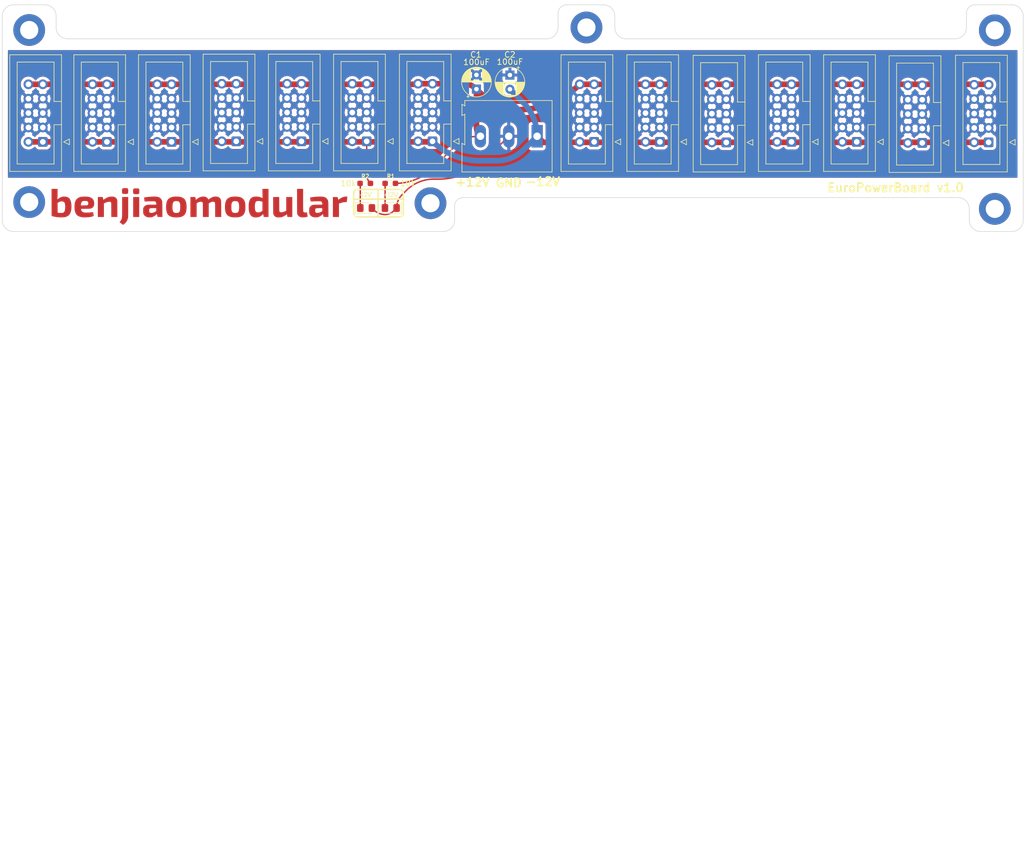
<source format=kicad_pcb>
(kicad_pcb (version 20211014) (generator pcbnew)
  (title_block (title "EuroPowerBoard") (rev "v1.0"))
  (layers (0 "F.Cu" signal) (31 "B.Cu" signal) (34 "B.Paste" user) (35 "F.Paste" user) (36 "B.SilkS" user "B.Silkscreen") (37 "F.SilkS" user "F.Silkscreen") (38 "B.Mask" user) (39 "F.Mask" user) (44 "Edge.Cuts" user))
  (net 0 "")
  (net 1 "GND")
  (net 2 "+12V")
  (net 3 "-12V")
  (net 4 "Net-(D1-Pad2)")
  (net 5 "Net-(D2-Pad1)")
  (footprint "LED_SMD:LED_0805_2012Metric_Pad1.15x1.40mm_HandSolder" (layer "F.Cu") (at 105.5 81.85 180)
    (fp_text reference "D1" hide)
    (fp_text value "3mm_LED" hide)
  )
  (footprint "Connector_IDC:IDC-Header_2x05_P2.54mm_Vertical" (layer "F.Cu") (at 89.7525 70.08 180)
    (fp_text reference "J15")
    (fp_text value "IDC_2x05")
  )
  (footprint "Resistor_SMD:R_0603_1608Metric_Pad0.98x0.95mm_HandSolder" (layer "F.Cu") (at 105.4125 77.5)
    (fp_text reference "R1")
    (fp_text value "10k")
  )
  (footprint "MountingHole:MountingHole_3.2mm_M3_DIN965_Pad_TopBottom" (layer "F.Cu") (at 41.75 80.8)
    (fp_text reference "H2" hide)
    (fp_text value "MountingHole")
  )
  (footprint "Connector_IDC:IDC-Header_2x05_P2.54mm_Vertical" (layer "F.Cu") (at 112.8525 70.08 180)
    (fp_text reference "J1")
    (fp_text value "IDC_2x05")
  )
  (footprint "Connector_IDC:IDC-Header_2x05_P2.54mm_Vertical" (layer "F.Cu") (at 199.205 70.36 180)
    (fp_text reference "J9")
    (fp_text value "IDC_2x05")
  )
  (footprint "Connector_IDC:IDC-Header_2x05_P2.54mm_Vertical" (layer "F.Cu") (at 152.9525 70.18 180)
    (fp_text reference "J12")
    (fp_text value "IDC_2x05")
  )
  (footprint "MountingHole:MountingHole_3.2mm_M3_DIN965_Pad_TopBottom" (layer "F.Cu") (at 212 82)
    (fp_text reference "H3" hide)
    (fp_text value "MountingHole")
  )
  (footprint "TerminalBlock:TerminalBlock_Altech_AK300-3_P5.00mm" (layer "F.Cu") (at 131.3 69.19 180)
    (fp_text reference "J3")
    (fp_text value "Screw_Terminal_01x03" hide)
  )
  (footprint "LOGO" (layer "F.Cu") (at 141.364258 196.010211)
    (fp_text reference "G***" hide)
    (fp_text value "LOGO" hide)
  )
  (footprint "MountingHole:MountingHole_3.2mm_M3_DIN965_Pad_TopBottom" (layer "F.Cu") (at 112.5 81)
    (fp_text reference "H5" hide)
    (fp_text value "MountingHole")
  )
  (footprint "Connector_IDC:IDC-Header_2x05_P2.54mm_Vertical" (layer "F.Cu") (at 187.6525 70.18 180)
    (fp_text reference "J2")
    (fp_text value "IDC_2x05")
  )
  (footprint "MountingHole:MountingHole_3.2mm_M3_DIN965_Pad_TopBottom" (layer "F.Cu") (at 212 50.5)
    (fp_text reference "H4" hide)
    (fp_text value "MountingHole")
  )
  (footprint "LOGO" (layer "F.Cu") (at 141.524104 196.104958)
    (fp_text reference "G***" hide)
    (fp_text value "LOGO" hide)
  )
  (footprint "Connector_IDC:IDC-Header_2x05_P2.54mm_Vertical" (layer "F.Cu") (at 210.905 70.26 180)
    (fp_text reference "J10")
    (fp_text value "IDC_2x05")
  )
  (footprint "Resistor_SMD:R_0603_1608Metric_Pad0.98x0.95mm_HandSolder" (layer "F.Cu") (at 101 77.5)
    (fp_text reference "R2")
    (fp_text value "10k")
  )
  (footprint "Connector_IDC:IDC-Header_2x05_P2.54mm_Vertical" (layer "F.Cu") (at 141.3525 70.18 180)
    (fp_text reference "J4")
    (fp_text value "IDC_2x05")
  )
  (footprint "LED_SMD:LED_0805_2012Metric_Pad1.15x1.40mm_HandSolder" (layer "F.Cu") (at 101.15 81.85)
    (fp_text reference "D2" hide)
    (fp_text value "3mm_LED")
  )
  (footprint "MountingHole:MountingHole_3.2mm_M3_DIN965_Pad_TopBottom" (layer "F.Cu") (at 140 50)
    (fp_text reference "H6" hide)
    (fp_text value "MountingHole")
  )
  (footprint "benjiaomodular:Capacitor_Radial_D5.0mm_P2.5mm" (layer "F.Cu") (at 120.605 60.870452 90)
    (fp_text reference "C1")
    (fp_text value "100uF")
  )
  (footprint "Connector_IDC:IDC-Header_2x05_P2.54mm_Vertical" (layer "F.Cu") (at 44.1525 70.18 180)
    (fp_text reference "J14")
    (fp_text value "IDC_2x05")
  )
  (footprint "MountingHole:MountingHole_3.2mm_M3_DIN965_Pad_TopBottom" (layer "F.Cu") (at 41.75 50.45)
    (fp_text reference "H1" hide)
    (fp_text value "MountingHole")
  )
  (footprint "benjiaomodular:Capacitor_Radial_D5.0mm_P2.5mm" (layer "F.Cu") (at 126.505 58.394888 -90)
    (fp_text reference "C2")
    (fp_text value "100uF")
  )
  (footprint "Connector_IDC:IDC-Header_2x05_P2.54mm_Vertical" (layer "F.Cu") (at 78.2525 70.08 180)
    (fp_text reference "J13")
    (fp_text value "IDC_2x05")
  )
  (footprint "Connector_IDC:IDC-Header_2x05_P2.54mm_Vertical" (layer "F.Cu") (at 101.2525 70.08 180)
    (fp_text reference "J5")
    (fp_text value "IDC_2x05")
  )
  (footprint "Connector_IDC:IDC-Header_2x05_P2.54mm_Vertical" (layer "F.Cu") (at 55.4525 70.18 180)
    (fp_text reference "J8")
    (fp_text value "IDC_2x05")
  )
  (footprint "Connector_IDC:IDC-Header_2x05_P2.54mm_Vertical" (layer "F.Cu") (at 164.6525 70.28 180)
    (fp_text reference "J7")
    (fp_text value "IDC_2x05")
  )
  (footprint "Connector_IDC:IDC-Header_2x05_P2.54mm_Vertical" (layer "F.Cu") (at 176.1525 70.18 180)
    (fp_text reference "J6")
    (fp_text value "IDC_2x05")
  )
  (footprint "Connector_IDC:IDC-Header_2x05_P2.54mm_Vertical" (layer "F.Cu") (at 66.8525 70.18 180)
    (fp_text reference "J11")
    (fp_text value "IDC_2x05")
  )
  (gr_arc (start 215 46) (mid 216.414214 46.585786) (end 217 48) (layer "Edge.Cuts") (width 0.1))
  (gr_arc (start 48.500001 51.999999) (mid 47.085787 51.414213) (end 46.500001 49.999999) (layer "Edge.Cuts") (width 0.1))
  (gr_arc (start 217 84) (mid 216.414214 85.414214) (end 215 86) (layer "Edge.Cuts") (width 0.1))
  (gr_line (start 48.500001 51.999999) (end 133 52) (layer "Edge.Cuts") (width 0.1))
  (gr_line (start 46.500001 47.999999) (end 46.500001 49.999999) (layer "Edge.Cuts") (width 0.1))
  (gr_arc (start 207 47.5) (mid 207.43934 46.43934) (end 208.5 46) (layer "Edge.Cuts") (width 0.1))
  (gr_arc (start 205.5 80) (mid 206.914214 80.585786) (end 207.5 82) (layer "Edge.Cuts") (width 0.1))
  (gr_line (start 112.25 86) (end 39 86) (layer "Edge.Cuts") (width 0.1))
  (gr_arc (start 209.5 86) (mid 208.085786 85.414214) (end 207.5 84) (layer "Edge.Cuts") (width 0.1))
  (gr_line (start 217 48) (end 217 84) (layer "Edge.Cuts") (width 0.1))
  (gr_line (start 205 52) (end 147 52) (layer "Edge.Cuts") (width 0.1))
  (gr_arc (start 135 50) (mid 134.414214 51.414214) (end 133 52) (layer "Edge.Cuts") (width 0.1))
  (gr_arc (start 207 50) (mid 206.414214 51.414214) (end 205 52) (layer "Edge.Cuts") (width 0.1))
  (gr_arc (start 39 86) (mid 37.585786 85.414214) (end 37 84) (layer "Edge.Cuts") (width 0.1))
  (gr_line (start 114.75 86) (end 112.25 86) (layer "Edge.Cuts") (width 0.1))
  (gr_line (start 208.5 46) (end 215 46) (layer "Edge.Cuts") (width 0.1))
  (gr_line (start 135 47.5) (end 135 50) (layer "Edge.Cuts") (width 0.1))
  (gr_arc (start 44.500001 45.999999) (mid 45.914215 46.585785) (end 46.500001 47.999999) (layer "Edge.Cuts") (width 0.1))
  (gr_arc (start 143 46) (mid 144.414214 46.585786) (end 145 48) (layer "Edge.Cuts") (width 0.1))
  (gr_line (start 37 84) (end 37 48) (layer "Edge.Cuts") (width 0.1))
  (gr_line (start 136.5 46) (end 143 46) (layer "Edge.Cuts") (width 0.1))
  (gr_arc (start 135 47.5) (mid 135.43934 46.43934) (end 136.5 46) (layer "Edge.Cuts") (width 0.1))
  (gr_line (start 207 47.5) (end 207 50) (layer "Edge.Cuts") (width 0.1))
  (gr_line (start 207.5 84) (end 207.5 82) (layer "Edge.Cuts") (width 0.1))
  (gr_arc (start 147 52) (mid 145.585786 51.414214) (end 145 50) (layer "Edge.Cuts") (width 0.1))
  (gr_arc (start 37 48) (mid 37.585786 46.585786) (end 39 46) (layer "Edge.Cuts") (width 0.1))
  (gr_line (start 215 86) (end 209.5 86) (layer "Edge.Cuts") (width 0.1))
  (gr_line (start 39 46) (end 44.500001 45.999999) (layer "Edge.Cuts") (width 0.1))
  (gr_line (start 205.5 80) (end 118.25 80) (layer "Edge.Cuts") (width 0.1))
  (gr_arc (start 116.75 84) (mid 116.164214 85.414214) (end 114.75 86) (layer "Edge.Cuts") (width 0.1))
  (gr_line (start 116.75 81.5) (end 116.75 84) (layer "Edge.Cuts") (width 0.1))
  (gr_arc (start 116.75 81.5) (mid 117.18934 80.43934) (end 118.25 80) (layer "Edge.Cuts") (width 0.1))
  (gr_line (start 145 48) (end 145 50) (layer "Edge.Cuts") (width 0.1))
  (gr_text "EuroPowerBoard v1.0" (at 194.5 78.25) (layer "F.SilkS") (effects (font (size 1.5 1.5) (thickness 0.3))))
  (gr_text "-12V" (at 132.3 77.2) (layer "F.SilkS") (effects (font (size 1.5 1.5) (thickness 0.3))))
  (gr_text "+12V" (at 119.9 77.3) (layer "F.SilkS") (effects (font (size 1.5 1.5) (thickness 0.3))))
  (gr_text "GND" (at 126.3 77.4) (layer "F.SilkS") (effects (font (size 1.5 1.5) (thickness 0.3))))
  (segment (start 108.25 78.75) (end 107.497272 79.502728) (width 0.25) (layer "F.Cu") (net 1))
  (segment (start 114 76.75) (end 113.078427 76.75) (width 0.25) (layer "F.Cu") (net 1))
  (segment (start 105.993719 82.381282) (end 106.525 81.85) (width 0.25) (layer "F.Cu") (net 1))
  (segment (start 126.3 69.19) (end 122.091687 73.398313) (width 0.25) (layer "F.Cu") (net 1))
  (segment (start 102.175 81.85) (end 102.494149 82.169149) (width 0.25) (layer "F.Cu") (net 1))
  (arc (start 104.5 83) (mid 105.308395 82.8392) (end 105.993719 82.381282) (width 0.25) (layer "F.Cu") (net 1))
  (arc (start 122.091687 73.398313) (mid 118.379189 75.878925) (end 114 76.75) (width 0.25) (layer "F.Cu") (net 1))
  (arc (start 107.497272 79.502728) (mid 106.777685 80.579665) (end 106.525 81.85) (width 0.25) (layer "F.Cu") (net 1))
  (arc (start 113.078427 76.75) (mid 110.465302 77.269783) (end 108.25 78.75) (width 0.25) (layer "F.Cu") (net 1))
  (arc (start 102.494149 82.169149) (mid 103.414441 82.784069) (end 104.5 83) (width 0.25) (layer "F.Cu") (net 1))
  (segment (start 120.605 60.870452) (end 120.605 67.512122) (width 1) (layer "F.Cu") (net 2))
  (segment (start 110.419047 60.02) (end 41.6125 60.02) (width 1) (layer "F.Cu") (net 2))
  (segment (start 138.8125 60.02) (end 210.825 60.02) (width 1) (layer "F.Cu") (net 2))
  (segment (start 112.8525 59.92) (end 110.660468 59.92) (width 1) (layer "F.Cu") (net 2))
  (segment (start 121.571972 61.837423) (end 120.605 60.870452) (width 1) (layer "F.Cu") (net 2))
  (segment (start 112.8525 59.92) (end 118.310406 59.92) (width 1) (layer "F.Cu") (net 2))
  (segment (start 113.025394 74.724606) (end 117.262563 70.487437) (width 0.25) (layer "F.Cu") (net 2))
  (segment (start 138.8125 60.02) (end 138.810254 60.022246) (width 1) (layer "F.Cu") (net 2))
  (segment (start 210.825 60.02) (end 210.905 60.1) (width 1) (layer "F.Cu") (net 2))
  (arc (start 118.310406 59.92) (mid 119.552231 60.167015) (end 120.605 60.870452) (width 1) (layer "F.Cu") (net 2))
  (arc (start 106.325 77.5) (mid 109.951227 76.778699) (end 113.025394 74.724606) (width 0.25) (layer "F.Cu") (net 2))
  (arc (start 117.262563 70.487437) (mid 118.63321 69.571599) (end 120.25 69.25) (width 0.25) (layer "F.Cu") (net 2))
  (arc (start 138.810254 60.022246) (mid 133.850467 63.33627) (end 128 64.5) (width 1) (layer "F.Cu") (net 2))
  (arc (start 120.605 67.512122) (mid 120.785625 68.420183) (end 121.3 69.19) (width 1) (layer "F.Cu") (net 2))
  (arc (start 128 64.5) (mid 124.521176 63.808019) (end 121.571972 61.837423) (width 1) (layer "F.Cu") (net 2))
  (arc (start 110.660468 59.92) (mid 110.549703 59.994011) (end 110.419047 60.02) (width 1) (layer "F.Cu") (net 2))
  (segment (start 112.8525 70.08) (end 112.7525 70.18) (width 1) (layer "F.Cu") (net 3))
  (segment (start 101.2525 70.08) (end 101.2525 75.90662) (width 0.25) (layer "F.Cu") (net 3))
  (segment (start 210.905 70.26) (end 132.37 70.26) (width 1) (layer "F.Cu") (net 3))
  (segment (start 132.37 70.26) (end 131.3 69.19) (width 1) (layer "F.Cu") (net 3))
  (segment (start 112.7525 70.18) (end 41.6125 70.18) (width 1) (layer "F.Cu") (net 3))
  (arc (start 101.2525 75.90662) (mid 101.424029 76.768951) (end 101.9125 77.5) (width 0.25) (layer "F.Cu") (net 3))
  (segment (start 124.25 73.5) (end 121.10911 73.5) (width 1) (layer "B.Cu") (net 3))
  (segment (start 131.3 69.19) (end 128.927473 71.562527) (width 1) (layer "B.Cu") (net 3))
  (segment (start 126.505 60.894888) (end 128.825047 63.214935) (width 1) (layer "B.Cu") (net 3))
  (arc (start 128.927473 71.562527) (mid 126.78143 72.996467) (end 124.25 73.5) (width 1) (layer "B.Cu") (net 3))
  (arc (start 128.825047 63.214935) (mid 130.656781 65.956318) (end 131.3 69.19) (width 1) (layer "B.Cu") (net 3))
  (arc (start 121.10911 73.5) (mid 116.640665 72.611171) (end 112.8525 70.08) (width 1) (layer "B.Cu") (net 3))
  (segment (start 104.5 81.825) (end 104.475 81.85) (width 0.25) (layer "F.Cu") (net 4))
  (segment (start 104.5 77.5) (end 104.5 81.825) (width 0.25) (layer "F.Cu") (net 4))
  (segment (start 100.125 81.85) (end 100.125 77.5375) (width 0.25) (layer "F.Cu") (net 5))
  (segment (start 100.125 77.5375) (end 100.0875 77.5) (width 0.25) (layer "F.Cu") (net 5))
  (zone (net 1) (net_name "GND") (layer "F.Cu") (connect_pads (clearance 0.508)) (min_thickness 0.254) (fill yes (thermal_gap 0.508) (thermal_bridge_width 0.508))
    (polygon (pts (xy 216 76.5) (xy 38 76.5) (xy 38 54) (xy 216 54)))
  )
  (zone (net 1) (net_name "GND") (layer "B.Cu") (connect_pads (clearance 0.508)) (min_thickness 0.254) (fill yes (thermal_gap 0.508) (thermal_bridge_width 0.508))
    (polygon (pts (xy 216 76.5) (xy 38 76.5) (xy 38 54) (xy 216 54)))
  )
)
</source>
